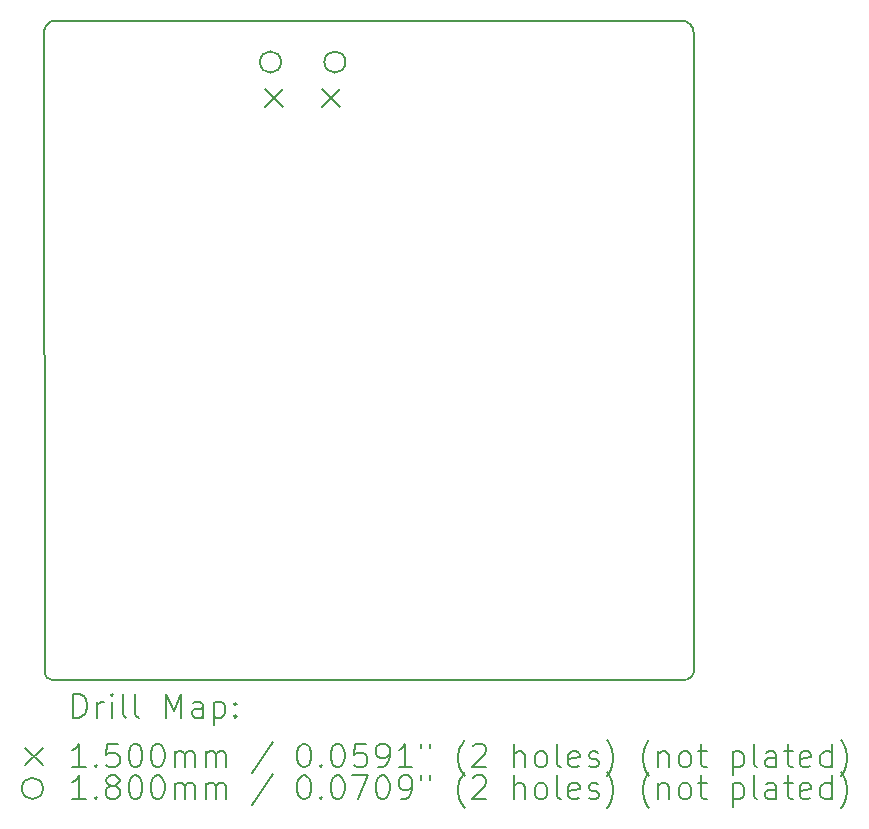
<source format=gbr>
%FSLAX45Y45*%
G04 Gerber Fmt 4.5, Leading zero omitted, Abs format (unit mm)*
G04 Created by KiCad (PCBNEW (6.0.0)) date 2022-03-22 13:40:35*
%MOMM*%
%LPD*%
G01*
G04 APERTURE LIST*
%TA.AperFunction,Profile*%
%ADD10C,0.150000*%
%TD*%
%ADD11C,0.200000*%
%ADD12C,0.150000*%
%ADD13C,0.180000*%
G04 APERTURE END LIST*
D10*
X18510250Y-13182600D02*
X13169900Y-13182600D01*
X13200000Y-7600000D02*
X18500000Y-7600000D01*
X18600000Y-7700000D02*
G75*
G03*
X18500000Y-7600000I-100000J0D01*
G01*
X18510250Y-13182600D02*
G75*
G03*
X18605500Y-13093700I6139J88900D01*
G01*
X13106400Y-13119100D02*
G75*
G03*
X13169900Y-13182600I63500J0D01*
G01*
X13200000Y-7600000D02*
G75*
G03*
X13100000Y-7700000I0J-100000D01*
G01*
X13100000Y-7700000D02*
X13106400Y-13119100D01*
X18600000Y-7700000D02*
X18605500Y-13093700D01*
D11*
D12*
X14973300Y-8178500D02*
X15123300Y-8328500D01*
X15123300Y-8178500D02*
X14973300Y-8328500D01*
X15458300Y-8178500D02*
X15608300Y-8328500D01*
X15608300Y-8178500D02*
X15458300Y-8328500D01*
D13*
X15108300Y-7950500D02*
G75*
G03*
X15108300Y-7950500I-90000J0D01*
G01*
X15653300Y-7950500D02*
G75*
G03*
X15653300Y-7950500I-90000J0D01*
G01*
D11*
X13350119Y-13500788D02*
X13350119Y-13300788D01*
X13397738Y-13300788D01*
X13426309Y-13310312D01*
X13445357Y-13329359D01*
X13454881Y-13348407D01*
X13464405Y-13386502D01*
X13464405Y-13415074D01*
X13454881Y-13453169D01*
X13445357Y-13472216D01*
X13426309Y-13491264D01*
X13397738Y-13500788D01*
X13350119Y-13500788D01*
X13550119Y-13500788D02*
X13550119Y-13367454D01*
X13550119Y-13405550D02*
X13559643Y-13386502D01*
X13569167Y-13376978D01*
X13588214Y-13367454D01*
X13607262Y-13367454D01*
X13673928Y-13500788D02*
X13673928Y-13367454D01*
X13673928Y-13300788D02*
X13664405Y-13310312D01*
X13673928Y-13319835D01*
X13683452Y-13310312D01*
X13673928Y-13300788D01*
X13673928Y-13319835D01*
X13797738Y-13500788D02*
X13778690Y-13491264D01*
X13769167Y-13472216D01*
X13769167Y-13300788D01*
X13902500Y-13500788D02*
X13883452Y-13491264D01*
X13873928Y-13472216D01*
X13873928Y-13300788D01*
X14131071Y-13500788D02*
X14131071Y-13300788D01*
X14197738Y-13443645D01*
X14264405Y-13300788D01*
X14264405Y-13500788D01*
X14445357Y-13500788D02*
X14445357Y-13396026D01*
X14435833Y-13376978D01*
X14416786Y-13367454D01*
X14378690Y-13367454D01*
X14359643Y-13376978D01*
X14445357Y-13491264D02*
X14426309Y-13500788D01*
X14378690Y-13500788D01*
X14359643Y-13491264D01*
X14350119Y-13472216D01*
X14350119Y-13453169D01*
X14359643Y-13434121D01*
X14378690Y-13424597D01*
X14426309Y-13424597D01*
X14445357Y-13415074D01*
X14540595Y-13367454D02*
X14540595Y-13567454D01*
X14540595Y-13376978D02*
X14559643Y-13367454D01*
X14597738Y-13367454D01*
X14616786Y-13376978D01*
X14626309Y-13386502D01*
X14635833Y-13405550D01*
X14635833Y-13462693D01*
X14626309Y-13481740D01*
X14616786Y-13491264D01*
X14597738Y-13500788D01*
X14559643Y-13500788D01*
X14540595Y-13491264D01*
X14721548Y-13481740D02*
X14731071Y-13491264D01*
X14721548Y-13500788D01*
X14712024Y-13491264D01*
X14721548Y-13481740D01*
X14721548Y-13500788D01*
X14721548Y-13376978D02*
X14731071Y-13386502D01*
X14721548Y-13396026D01*
X14712024Y-13386502D01*
X14721548Y-13376978D01*
X14721548Y-13396026D01*
D12*
X12942500Y-13755312D02*
X13092500Y-13905312D01*
X13092500Y-13755312D02*
X12942500Y-13905312D01*
D11*
X13454881Y-13920788D02*
X13340595Y-13920788D01*
X13397738Y-13920788D02*
X13397738Y-13720788D01*
X13378690Y-13749359D01*
X13359643Y-13768407D01*
X13340595Y-13777931D01*
X13540595Y-13901740D02*
X13550119Y-13911264D01*
X13540595Y-13920788D01*
X13531071Y-13911264D01*
X13540595Y-13901740D01*
X13540595Y-13920788D01*
X13731071Y-13720788D02*
X13635833Y-13720788D01*
X13626309Y-13816026D01*
X13635833Y-13806502D01*
X13654881Y-13796978D01*
X13702500Y-13796978D01*
X13721548Y-13806502D01*
X13731071Y-13816026D01*
X13740595Y-13835074D01*
X13740595Y-13882693D01*
X13731071Y-13901740D01*
X13721548Y-13911264D01*
X13702500Y-13920788D01*
X13654881Y-13920788D01*
X13635833Y-13911264D01*
X13626309Y-13901740D01*
X13864405Y-13720788D02*
X13883452Y-13720788D01*
X13902500Y-13730312D01*
X13912024Y-13739835D01*
X13921548Y-13758883D01*
X13931071Y-13796978D01*
X13931071Y-13844597D01*
X13921548Y-13882693D01*
X13912024Y-13901740D01*
X13902500Y-13911264D01*
X13883452Y-13920788D01*
X13864405Y-13920788D01*
X13845357Y-13911264D01*
X13835833Y-13901740D01*
X13826309Y-13882693D01*
X13816786Y-13844597D01*
X13816786Y-13796978D01*
X13826309Y-13758883D01*
X13835833Y-13739835D01*
X13845357Y-13730312D01*
X13864405Y-13720788D01*
X14054881Y-13720788D02*
X14073928Y-13720788D01*
X14092976Y-13730312D01*
X14102500Y-13739835D01*
X14112024Y-13758883D01*
X14121548Y-13796978D01*
X14121548Y-13844597D01*
X14112024Y-13882693D01*
X14102500Y-13901740D01*
X14092976Y-13911264D01*
X14073928Y-13920788D01*
X14054881Y-13920788D01*
X14035833Y-13911264D01*
X14026309Y-13901740D01*
X14016786Y-13882693D01*
X14007262Y-13844597D01*
X14007262Y-13796978D01*
X14016786Y-13758883D01*
X14026309Y-13739835D01*
X14035833Y-13730312D01*
X14054881Y-13720788D01*
X14207262Y-13920788D02*
X14207262Y-13787454D01*
X14207262Y-13806502D02*
X14216786Y-13796978D01*
X14235833Y-13787454D01*
X14264405Y-13787454D01*
X14283452Y-13796978D01*
X14292976Y-13816026D01*
X14292976Y-13920788D01*
X14292976Y-13816026D02*
X14302500Y-13796978D01*
X14321548Y-13787454D01*
X14350119Y-13787454D01*
X14369167Y-13796978D01*
X14378690Y-13816026D01*
X14378690Y-13920788D01*
X14473928Y-13920788D02*
X14473928Y-13787454D01*
X14473928Y-13806502D02*
X14483452Y-13796978D01*
X14502500Y-13787454D01*
X14531071Y-13787454D01*
X14550119Y-13796978D01*
X14559643Y-13816026D01*
X14559643Y-13920788D01*
X14559643Y-13816026D02*
X14569167Y-13796978D01*
X14588214Y-13787454D01*
X14616786Y-13787454D01*
X14635833Y-13796978D01*
X14645357Y-13816026D01*
X14645357Y-13920788D01*
X15035833Y-13711264D02*
X14864405Y-13968407D01*
X15292976Y-13720788D02*
X15312024Y-13720788D01*
X15331071Y-13730312D01*
X15340595Y-13739835D01*
X15350119Y-13758883D01*
X15359643Y-13796978D01*
X15359643Y-13844597D01*
X15350119Y-13882693D01*
X15340595Y-13901740D01*
X15331071Y-13911264D01*
X15312024Y-13920788D01*
X15292976Y-13920788D01*
X15273928Y-13911264D01*
X15264405Y-13901740D01*
X15254881Y-13882693D01*
X15245357Y-13844597D01*
X15245357Y-13796978D01*
X15254881Y-13758883D01*
X15264405Y-13739835D01*
X15273928Y-13730312D01*
X15292976Y-13720788D01*
X15445357Y-13901740D02*
X15454881Y-13911264D01*
X15445357Y-13920788D01*
X15435833Y-13911264D01*
X15445357Y-13901740D01*
X15445357Y-13920788D01*
X15578690Y-13720788D02*
X15597738Y-13720788D01*
X15616786Y-13730312D01*
X15626309Y-13739835D01*
X15635833Y-13758883D01*
X15645357Y-13796978D01*
X15645357Y-13844597D01*
X15635833Y-13882693D01*
X15626309Y-13901740D01*
X15616786Y-13911264D01*
X15597738Y-13920788D01*
X15578690Y-13920788D01*
X15559643Y-13911264D01*
X15550119Y-13901740D01*
X15540595Y-13882693D01*
X15531071Y-13844597D01*
X15531071Y-13796978D01*
X15540595Y-13758883D01*
X15550119Y-13739835D01*
X15559643Y-13730312D01*
X15578690Y-13720788D01*
X15826309Y-13720788D02*
X15731071Y-13720788D01*
X15721548Y-13816026D01*
X15731071Y-13806502D01*
X15750119Y-13796978D01*
X15797738Y-13796978D01*
X15816786Y-13806502D01*
X15826309Y-13816026D01*
X15835833Y-13835074D01*
X15835833Y-13882693D01*
X15826309Y-13901740D01*
X15816786Y-13911264D01*
X15797738Y-13920788D01*
X15750119Y-13920788D01*
X15731071Y-13911264D01*
X15721548Y-13901740D01*
X15931071Y-13920788D02*
X15969167Y-13920788D01*
X15988214Y-13911264D01*
X15997738Y-13901740D01*
X16016786Y-13873169D01*
X16026309Y-13835074D01*
X16026309Y-13758883D01*
X16016786Y-13739835D01*
X16007262Y-13730312D01*
X15988214Y-13720788D01*
X15950119Y-13720788D01*
X15931071Y-13730312D01*
X15921548Y-13739835D01*
X15912024Y-13758883D01*
X15912024Y-13806502D01*
X15921548Y-13825550D01*
X15931071Y-13835074D01*
X15950119Y-13844597D01*
X15988214Y-13844597D01*
X16007262Y-13835074D01*
X16016786Y-13825550D01*
X16026309Y-13806502D01*
X16216786Y-13920788D02*
X16102500Y-13920788D01*
X16159643Y-13920788D02*
X16159643Y-13720788D01*
X16140595Y-13749359D01*
X16121548Y-13768407D01*
X16102500Y-13777931D01*
X16292976Y-13720788D02*
X16292976Y-13758883D01*
X16369167Y-13720788D02*
X16369167Y-13758883D01*
X16664405Y-13996978D02*
X16654881Y-13987454D01*
X16635833Y-13958883D01*
X16626309Y-13939835D01*
X16616786Y-13911264D01*
X16607262Y-13863645D01*
X16607262Y-13825550D01*
X16616786Y-13777931D01*
X16626309Y-13749359D01*
X16635833Y-13730312D01*
X16654881Y-13701740D01*
X16664405Y-13692216D01*
X16731071Y-13739835D02*
X16740595Y-13730312D01*
X16759643Y-13720788D01*
X16807262Y-13720788D01*
X16826310Y-13730312D01*
X16835833Y-13739835D01*
X16845357Y-13758883D01*
X16845357Y-13777931D01*
X16835833Y-13806502D01*
X16721548Y-13920788D01*
X16845357Y-13920788D01*
X17083452Y-13920788D02*
X17083452Y-13720788D01*
X17169167Y-13920788D02*
X17169167Y-13816026D01*
X17159643Y-13796978D01*
X17140595Y-13787454D01*
X17112024Y-13787454D01*
X17092976Y-13796978D01*
X17083452Y-13806502D01*
X17292976Y-13920788D02*
X17273929Y-13911264D01*
X17264405Y-13901740D01*
X17254881Y-13882693D01*
X17254881Y-13825550D01*
X17264405Y-13806502D01*
X17273929Y-13796978D01*
X17292976Y-13787454D01*
X17321548Y-13787454D01*
X17340595Y-13796978D01*
X17350119Y-13806502D01*
X17359643Y-13825550D01*
X17359643Y-13882693D01*
X17350119Y-13901740D01*
X17340595Y-13911264D01*
X17321548Y-13920788D01*
X17292976Y-13920788D01*
X17473929Y-13920788D02*
X17454881Y-13911264D01*
X17445357Y-13892216D01*
X17445357Y-13720788D01*
X17626310Y-13911264D02*
X17607262Y-13920788D01*
X17569167Y-13920788D01*
X17550119Y-13911264D01*
X17540595Y-13892216D01*
X17540595Y-13816026D01*
X17550119Y-13796978D01*
X17569167Y-13787454D01*
X17607262Y-13787454D01*
X17626310Y-13796978D01*
X17635833Y-13816026D01*
X17635833Y-13835074D01*
X17540595Y-13854121D01*
X17712024Y-13911264D02*
X17731071Y-13920788D01*
X17769167Y-13920788D01*
X17788214Y-13911264D01*
X17797738Y-13892216D01*
X17797738Y-13882693D01*
X17788214Y-13863645D01*
X17769167Y-13854121D01*
X17740595Y-13854121D01*
X17721548Y-13844597D01*
X17712024Y-13825550D01*
X17712024Y-13816026D01*
X17721548Y-13796978D01*
X17740595Y-13787454D01*
X17769167Y-13787454D01*
X17788214Y-13796978D01*
X17864405Y-13996978D02*
X17873929Y-13987454D01*
X17892976Y-13958883D01*
X17902500Y-13939835D01*
X17912024Y-13911264D01*
X17921548Y-13863645D01*
X17921548Y-13825550D01*
X17912024Y-13777931D01*
X17902500Y-13749359D01*
X17892976Y-13730312D01*
X17873929Y-13701740D01*
X17864405Y-13692216D01*
X18226310Y-13996978D02*
X18216786Y-13987454D01*
X18197738Y-13958883D01*
X18188214Y-13939835D01*
X18178690Y-13911264D01*
X18169167Y-13863645D01*
X18169167Y-13825550D01*
X18178690Y-13777931D01*
X18188214Y-13749359D01*
X18197738Y-13730312D01*
X18216786Y-13701740D01*
X18226310Y-13692216D01*
X18302500Y-13787454D02*
X18302500Y-13920788D01*
X18302500Y-13806502D02*
X18312024Y-13796978D01*
X18331071Y-13787454D01*
X18359643Y-13787454D01*
X18378690Y-13796978D01*
X18388214Y-13816026D01*
X18388214Y-13920788D01*
X18512024Y-13920788D02*
X18492976Y-13911264D01*
X18483452Y-13901740D01*
X18473929Y-13882693D01*
X18473929Y-13825550D01*
X18483452Y-13806502D01*
X18492976Y-13796978D01*
X18512024Y-13787454D01*
X18540595Y-13787454D01*
X18559643Y-13796978D01*
X18569167Y-13806502D01*
X18578690Y-13825550D01*
X18578690Y-13882693D01*
X18569167Y-13901740D01*
X18559643Y-13911264D01*
X18540595Y-13920788D01*
X18512024Y-13920788D01*
X18635833Y-13787454D02*
X18712024Y-13787454D01*
X18664405Y-13720788D02*
X18664405Y-13892216D01*
X18673929Y-13911264D01*
X18692976Y-13920788D01*
X18712024Y-13920788D01*
X18931071Y-13787454D02*
X18931071Y-13987454D01*
X18931071Y-13796978D02*
X18950119Y-13787454D01*
X18988214Y-13787454D01*
X19007262Y-13796978D01*
X19016786Y-13806502D01*
X19026310Y-13825550D01*
X19026310Y-13882693D01*
X19016786Y-13901740D01*
X19007262Y-13911264D01*
X18988214Y-13920788D01*
X18950119Y-13920788D01*
X18931071Y-13911264D01*
X19140595Y-13920788D02*
X19121548Y-13911264D01*
X19112024Y-13892216D01*
X19112024Y-13720788D01*
X19302500Y-13920788D02*
X19302500Y-13816026D01*
X19292976Y-13796978D01*
X19273929Y-13787454D01*
X19235833Y-13787454D01*
X19216786Y-13796978D01*
X19302500Y-13911264D02*
X19283452Y-13920788D01*
X19235833Y-13920788D01*
X19216786Y-13911264D01*
X19207262Y-13892216D01*
X19207262Y-13873169D01*
X19216786Y-13854121D01*
X19235833Y-13844597D01*
X19283452Y-13844597D01*
X19302500Y-13835074D01*
X19369167Y-13787454D02*
X19445357Y-13787454D01*
X19397738Y-13720788D02*
X19397738Y-13892216D01*
X19407262Y-13911264D01*
X19426310Y-13920788D01*
X19445357Y-13920788D01*
X19588214Y-13911264D02*
X19569167Y-13920788D01*
X19531071Y-13920788D01*
X19512024Y-13911264D01*
X19502500Y-13892216D01*
X19502500Y-13816026D01*
X19512024Y-13796978D01*
X19531071Y-13787454D01*
X19569167Y-13787454D01*
X19588214Y-13796978D01*
X19597738Y-13816026D01*
X19597738Y-13835074D01*
X19502500Y-13854121D01*
X19769167Y-13920788D02*
X19769167Y-13720788D01*
X19769167Y-13911264D02*
X19750119Y-13920788D01*
X19712024Y-13920788D01*
X19692976Y-13911264D01*
X19683452Y-13901740D01*
X19673929Y-13882693D01*
X19673929Y-13825550D01*
X19683452Y-13806502D01*
X19692976Y-13796978D01*
X19712024Y-13787454D01*
X19750119Y-13787454D01*
X19769167Y-13796978D01*
X19845357Y-13996978D02*
X19854881Y-13987454D01*
X19873929Y-13958883D01*
X19883452Y-13939835D01*
X19892976Y-13911264D01*
X19902500Y-13863645D01*
X19902500Y-13825550D01*
X19892976Y-13777931D01*
X19883452Y-13749359D01*
X19873929Y-13730312D01*
X19854881Y-13701740D01*
X19845357Y-13692216D01*
D13*
X13092500Y-14100312D02*
G75*
G03*
X13092500Y-14100312I-90000J0D01*
G01*
D11*
X13454881Y-14190788D02*
X13340595Y-14190788D01*
X13397738Y-14190788D02*
X13397738Y-13990788D01*
X13378690Y-14019359D01*
X13359643Y-14038407D01*
X13340595Y-14047931D01*
X13540595Y-14171740D02*
X13550119Y-14181264D01*
X13540595Y-14190788D01*
X13531071Y-14181264D01*
X13540595Y-14171740D01*
X13540595Y-14190788D01*
X13664405Y-14076502D02*
X13645357Y-14066978D01*
X13635833Y-14057454D01*
X13626309Y-14038407D01*
X13626309Y-14028883D01*
X13635833Y-14009835D01*
X13645357Y-14000312D01*
X13664405Y-13990788D01*
X13702500Y-13990788D01*
X13721548Y-14000312D01*
X13731071Y-14009835D01*
X13740595Y-14028883D01*
X13740595Y-14038407D01*
X13731071Y-14057454D01*
X13721548Y-14066978D01*
X13702500Y-14076502D01*
X13664405Y-14076502D01*
X13645357Y-14086026D01*
X13635833Y-14095550D01*
X13626309Y-14114597D01*
X13626309Y-14152693D01*
X13635833Y-14171740D01*
X13645357Y-14181264D01*
X13664405Y-14190788D01*
X13702500Y-14190788D01*
X13721548Y-14181264D01*
X13731071Y-14171740D01*
X13740595Y-14152693D01*
X13740595Y-14114597D01*
X13731071Y-14095550D01*
X13721548Y-14086026D01*
X13702500Y-14076502D01*
X13864405Y-13990788D02*
X13883452Y-13990788D01*
X13902500Y-14000312D01*
X13912024Y-14009835D01*
X13921548Y-14028883D01*
X13931071Y-14066978D01*
X13931071Y-14114597D01*
X13921548Y-14152693D01*
X13912024Y-14171740D01*
X13902500Y-14181264D01*
X13883452Y-14190788D01*
X13864405Y-14190788D01*
X13845357Y-14181264D01*
X13835833Y-14171740D01*
X13826309Y-14152693D01*
X13816786Y-14114597D01*
X13816786Y-14066978D01*
X13826309Y-14028883D01*
X13835833Y-14009835D01*
X13845357Y-14000312D01*
X13864405Y-13990788D01*
X14054881Y-13990788D02*
X14073928Y-13990788D01*
X14092976Y-14000312D01*
X14102500Y-14009835D01*
X14112024Y-14028883D01*
X14121548Y-14066978D01*
X14121548Y-14114597D01*
X14112024Y-14152693D01*
X14102500Y-14171740D01*
X14092976Y-14181264D01*
X14073928Y-14190788D01*
X14054881Y-14190788D01*
X14035833Y-14181264D01*
X14026309Y-14171740D01*
X14016786Y-14152693D01*
X14007262Y-14114597D01*
X14007262Y-14066978D01*
X14016786Y-14028883D01*
X14026309Y-14009835D01*
X14035833Y-14000312D01*
X14054881Y-13990788D01*
X14207262Y-14190788D02*
X14207262Y-14057454D01*
X14207262Y-14076502D02*
X14216786Y-14066978D01*
X14235833Y-14057454D01*
X14264405Y-14057454D01*
X14283452Y-14066978D01*
X14292976Y-14086026D01*
X14292976Y-14190788D01*
X14292976Y-14086026D02*
X14302500Y-14066978D01*
X14321548Y-14057454D01*
X14350119Y-14057454D01*
X14369167Y-14066978D01*
X14378690Y-14086026D01*
X14378690Y-14190788D01*
X14473928Y-14190788D02*
X14473928Y-14057454D01*
X14473928Y-14076502D02*
X14483452Y-14066978D01*
X14502500Y-14057454D01*
X14531071Y-14057454D01*
X14550119Y-14066978D01*
X14559643Y-14086026D01*
X14559643Y-14190788D01*
X14559643Y-14086026D02*
X14569167Y-14066978D01*
X14588214Y-14057454D01*
X14616786Y-14057454D01*
X14635833Y-14066978D01*
X14645357Y-14086026D01*
X14645357Y-14190788D01*
X15035833Y-13981264D02*
X14864405Y-14238407D01*
X15292976Y-13990788D02*
X15312024Y-13990788D01*
X15331071Y-14000312D01*
X15340595Y-14009835D01*
X15350119Y-14028883D01*
X15359643Y-14066978D01*
X15359643Y-14114597D01*
X15350119Y-14152693D01*
X15340595Y-14171740D01*
X15331071Y-14181264D01*
X15312024Y-14190788D01*
X15292976Y-14190788D01*
X15273928Y-14181264D01*
X15264405Y-14171740D01*
X15254881Y-14152693D01*
X15245357Y-14114597D01*
X15245357Y-14066978D01*
X15254881Y-14028883D01*
X15264405Y-14009835D01*
X15273928Y-14000312D01*
X15292976Y-13990788D01*
X15445357Y-14171740D02*
X15454881Y-14181264D01*
X15445357Y-14190788D01*
X15435833Y-14181264D01*
X15445357Y-14171740D01*
X15445357Y-14190788D01*
X15578690Y-13990788D02*
X15597738Y-13990788D01*
X15616786Y-14000312D01*
X15626309Y-14009835D01*
X15635833Y-14028883D01*
X15645357Y-14066978D01*
X15645357Y-14114597D01*
X15635833Y-14152693D01*
X15626309Y-14171740D01*
X15616786Y-14181264D01*
X15597738Y-14190788D01*
X15578690Y-14190788D01*
X15559643Y-14181264D01*
X15550119Y-14171740D01*
X15540595Y-14152693D01*
X15531071Y-14114597D01*
X15531071Y-14066978D01*
X15540595Y-14028883D01*
X15550119Y-14009835D01*
X15559643Y-14000312D01*
X15578690Y-13990788D01*
X15712024Y-13990788D02*
X15845357Y-13990788D01*
X15759643Y-14190788D01*
X15959643Y-13990788D02*
X15978690Y-13990788D01*
X15997738Y-14000312D01*
X16007262Y-14009835D01*
X16016786Y-14028883D01*
X16026309Y-14066978D01*
X16026309Y-14114597D01*
X16016786Y-14152693D01*
X16007262Y-14171740D01*
X15997738Y-14181264D01*
X15978690Y-14190788D01*
X15959643Y-14190788D01*
X15940595Y-14181264D01*
X15931071Y-14171740D01*
X15921548Y-14152693D01*
X15912024Y-14114597D01*
X15912024Y-14066978D01*
X15921548Y-14028883D01*
X15931071Y-14009835D01*
X15940595Y-14000312D01*
X15959643Y-13990788D01*
X16121548Y-14190788D02*
X16159643Y-14190788D01*
X16178690Y-14181264D01*
X16188214Y-14171740D01*
X16207262Y-14143169D01*
X16216786Y-14105074D01*
X16216786Y-14028883D01*
X16207262Y-14009835D01*
X16197738Y-14000312D01*
X16178690Y-13990788D01*
X16140595Y-13990788D01*
X16121548Y-14000312D01*
X16112024Y-14009835D01*
X16102500Y-14028883D01*
X16102500Y-14076502D01*
X16112024Y-14095550D01*
X16121548Y-14105074D01*
X16140595Y-14114597D01*
X16178690Y-14114597D01*
X16197738Y-14105074D01*
X16207262Y-14095550D01*
X16216786Y-14076502D01*
X16292976Y-13990788D02*
X16292976Y-14028883D01*
X16369167Y-13990788D02*
X16369167Y-14028883D01*
X16664405Y-14266978D02*
X16654881Y-14257454D01*
X16635833Y-14228883D01*
X16626309Y-14209835D01*
X16616786Y-14181264D01*
X16607262Y-14133645D01*
X16607262Y-14095550D01*
X16616786Y-14047931D01*
X16626309Y-14019359D01*
X16635833Y-14000312D01*
X16654881Y-13971740D01*
X16664405Y-13962216D01*
X16731071Y-14009835D02*
X16740595Y-14000312D01*
X16759643Y-13990788D01*
X16807262Y-13990788D01*
X16826310Y-14000312D01*
X16835833Y-14009835D01*
X16845357Y-14028883D01*
X16845357Y-14047931D01*
X16835833Y-14076502D01*
X16721548Y-14190788D01*
X16845357Y-14190788D01*
X17083452Y-14190788D02*
X17083452Y-13990788D01*
X17169167Y-14190788D02*
X17169167Y-14086026D01*
X17159643Y-14066978D01*
X17140595Y-14057454D01*
X17112024Y-14057454D01*
X17092976Y-14066978D01*
X17083452Y-14076502D01*
X17292976Y-14190788D02*
X17273929Y-14181264D01*
X17264405Y-14171740D01*
X17254881Y-14152693D01*
X17254881Y-14095550D01*
X17264405Y-14076502D01*
X17273929Y-14066978D01*
X17292976Y-14057454D01*
X17321548Y-14057454D01*
X17340595Y-14066978D01*
X17350119Y-14076502D01*
X17359643Y-14095550D01*
X17359643Y-14152693D01*
X17350119Y-14171740D01*
X17340595Y-14181264D01*
X17321548Y-14190788D01*
X17292976Y-14190788D01*
X17473929Y-14190788D02*
X17454881Y-14181264D01*
X17445357Y-14162216D01*
X17445357Y-13990788D01*
X17626310Y-14181264D02*
X17607262Y-14190788D01*
X17569167Y-14190788D01*
X17550119Y-14181264D01*
X17540595Y-14162216D01*
X17540595Y-14086026D01*
X17550119Y-14066978D01*
X17569167Y-14057454D01*
X17607262Y-14057454D01*
X17626310Y-14066978D01*
X17635833Y-14086026D01*
X17635833Y-14105074D01*
X17540595Y-14124121D01*
X17712024Y-14181264D02*
X17731071Y-14190788D01*
X17769167Y-14190788D01*
X17788214Y-14181264D01*
X17797738Y-14162216D01*
X17797738Y-14152693D01*
X17788214Y-14133645D01*
X17769167Y-14124121D01*
X17740595Y-14124121D01*
X17721548Y-14114597D01*
X17712024Y-14095550D01*
X17712024Y-14086026D01*
X17721548Y-14066978D01*
X17740595Y-14057454D01*
X17769167Y-14057454D01*
X17788214Y-14066978D01*
X17864405Y-14266978D02*
X17873929Y-14257454D01*
X17892976Y-14228883D01*
X17902500Y-14209835D01*
X17912024Y-14181264D01*
X17921548Y-14133645D01*
X17921548Y-14095550D01*
X17912024Y-14047931D01*
X17902500Y-14019359D01*
X17892976Y-14000312D01*
X17873929Y-13971740D01*
X17864405Y-13962216D01*
X18226310Y-14266978D02*
X18216786Y-14257454D01*
X18197738Y-14228883D01*
X18188214Y-14209835D01*
X18178690Y-14181264D01*
X18169167Y-14133645D01*
X18169167Y-14095550D01*
X18178690Y-14047931D01*
X18188214Y-14019359D01*
X18197738Y-14000312D01*
X18216786Y-13971740D01*
X18226310Y-13962216D01*
X18302500Y-14057454D02*
X18302500Y-14190788D01*
X18302500Y-14076502D02*
X18312024Y-14066978D01*
X18331071Y-14057454D01*
X18359643Y-14057454D01*
X18378690Y-14066978D01*
X18388214Y-14086026D01*
X18388214Y-14190788D01*
X18512024Y-14190788D02*
X18492976Y-14181264D01*
X18483452Y-14171740D01*
X18473929Y-14152693D01*
X18473929Y-14095550D01*
X18483452Y-14076502D01*
X18492976Y-14066978D01*
X18512024Y-14057454D01*
X18540595Y-14057454D01*
X18559643Y-14066978D01*
X18569167Y-14076502D01*
X18578690Y-14095550D01*
X18578690Y-14152693D01*
X18569167Y-14171740D01*
X18559643Y-14181264D01*
X18540595Y-14190788D01*
X18512024Y-14190788D01*
X18635833Y-14057454D02*
X18712024Y-14057454D01*
X18664405Y-13990788D02*
X18664405Y-14162216D01*
X18673929Y-14181264D01*
X18692976Y-14190788D01*
X18712024Y-14190788D01*
X18931071Y-14057454D02*
X18931071Y-14257454D01*
X18931071Y-14066978D02*
X18950119Y-14057454D01*
X18988214Y-14057454D01*
X19007262Y-14066978D01*
X19016786Y-14076502D01*
X19026310Y-14095550D01*
X19026310Y-14152693D01*
X19016786Y-14171740D01*
X19007262Y-14181264D01*
X18988214Y-14190788D01*
X18950119Y-14190788D01*
X18931071Y-14181264D01*
X19140595Y-14190788D02*
X19121548Y-14181264D01*
X19112024Y-14162216D01*
X19112024Y-13990788D01*
X19302500Y-14190788D02*
X19302500Y-14086026D01*
X19292976Y-14066978D01*
X19273929Y-14057454D01*
X19235833Y-14057454D01*
X19216786Y-14066978D01*
X19302500Y-14181264D02*
X19283452Y-14190788D01*
X19235833Y-14190788D01*
X19216786Y-14181264D01*
X19207262Y-14162216D01*
X19207262Y-14143169D01*
X19216786Y-14124121D01*
X19235833Y-14114597D01*
X19283452Y-14114597D01*
X19302500Y-14105074D01*
X19369167Y-14057454D02*
X19445357Y-14057454D01*
X19397738Y-13990788D02*
X19397738Y-14162216D01*
X19407262Y-14181264D01*
X19426310Y-14190788D01*
X19445357Y-14190788D01*
X19588214Y-14181264D02*
X19569167Y-14190788D01*
X19531071Y-14190788D01*
X19512024Y-14181264D01*
X19502500Y-14162216D01*
X19502500Y-14086026D01*
X19512024Y-14066978D01*
X19531071Y-14057454D01*
X19569167Y-14057454D01*
X19588214Y-14066978D01*
X19597738Y-14086026D01*
X19597738Y-14105074D01*
X19502500Y-14124121D01*
X19769167Y-14190788D02*
X19769167Y-13990788D01*
X19769167Y-14181264D02*
X19750119Y-14190788D01*
X19712024Y-14190788D01*
X19692976Y-14181264D01*
X19683452Y-14171740D01*
X19673929Y-14152693D01*
X19673929Y-14095550D01*
X19683452Y-14076502D01*
X19692976Y-14066978D01*
X19712024Y-14057454D01*
X19750119Y-14057454D01*
X19769167Y-14066978D01*
X19845357Y-14266978D02*
X19854881Y-14257454D01*
X19873929Y-14228883D01*
X19883452Y-14209835D01*
X19892976Y-14181264D01*
X19902500Y-14133645D01*
X19902500Y-14095550D01*
X19892976Y-14047931D01*
X19883452Y-14019359D01*
X19873929Y-14000312D01*
X19854881Y-13971740D01*
X19845357Y-13962216D01*
M02*

</source>
